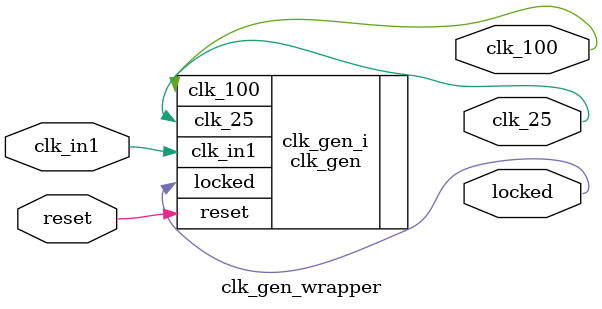
<source format=v>
`timescale 1 ps / 1 ps

module clk_gen_wrapper
   (clk_100,
    clk_25,
    clk_in1,
    locked,
    reset);
  output clk_100;
  output clk_25;
  input clk_in1;
  output locked;
  input reset;

  wire clk_100;
  wire clk_25;
  wire clk_in1;
  wire locked;
  wire reset;

  clk_gen clk_gen_i
       (.clk_100(clk_100),
        .clk_25(clk_25),
        .clk_in1(clk_in1),
        .locked(locked),
        .reset(reset));
endmodule

</source>
